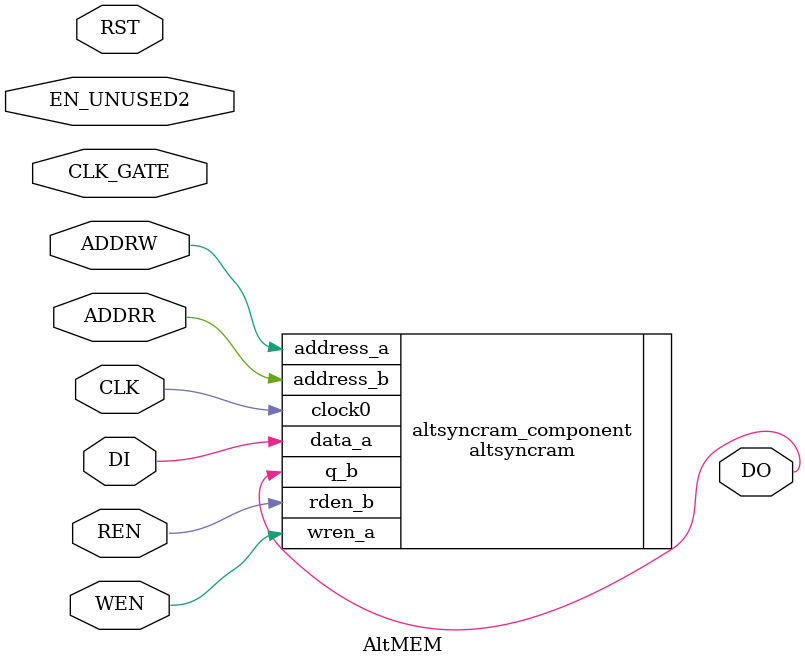
<source format=v>
/*-
 * Copyright (c) 2016 Jonathan Woodruff
 * All rights reserved.
 *
 * This software was developed by SRI International and the University of
 * Cambridge Computer Laboratory under DARPA/AFRL contract FA8750-10-C-0237
 * ("CTSRD"), as part of the DARPA CRASH research programme.
 *
 * @BERI_LICENSE_HEADER_START@
 *
 * Licensed to BERI Open Systems C.I.C. (BERI) under one or more contributor
 * license agreements.  See the NOTICE file distributed with this work for
 * additional information regarding copyright ownership.  BERI licenses this
 * file to you under the BERI Hardware-Software License, Version 1.0 (the
 * "License"); you may not use this file except in compliance with the
 * License.  You may obtain a copy of the License at:
 *
 *  http://www.beri-open-systems.org/legal/license-1-0.txt
 *
 * Unless required by applicable law or agreed to in writing, Work distributed
 * under the License is distributed on an "AS IS" BASIS, WITHOUT WARRANTIES OR
 * CONDITIONS OF ANY KIND, either express or implied.  See the License for the
 * specific language governing permissions and limitations under the License.
 *
 * @BERI_LICENSE_HEADER_END@
 */

`ifdef BSV_ASSIGNMENT_DELAY
`else
 `define BSV_ASSIGNMENT_DELAY
`endif

// Dual-Ported BRAM
module AltMEM(RST,
				 CLK,
				 CLK_GATE,
             ADDRR,
             REN,
             DO,
             ADDRW,
             DI,
             WEN,
             EN_UNUSED2
             );

   // synopsys template
   parameter                      ADDR_WIDTH = 'd 1;
   parameter                      DATA_WIDTH = 'd 1;
   parameter                      MEMSIZE    = 'd 1;
   
	input                          RST;
   input                          CLK;
   input                          CLK_GATE;
   input                          REN;
   input [ADDR_WIDTH-1:0]         ADDRR;
   output [DATA_WIDTH-1:0]        DO;

   input                          WEN;
   input [ADDR_WIDTH-1:0]         ADDRW;
   input [DATA_WIDTH-1:0]         DI;
	
	input                          EN_UNUSED2;

	altsyncram	altsyncram_component (
				.clock0 (CLK),
				.address_a (ADDRW),
				.data_a (DI),
				.wren_a (WEN),
				.address_b (ADDRR),
				.rden_b (REN),
				.q_b (DO)
				// All below are unused
				//.aclr0 (1'b0),
				//.aclr1 (1'b0),
				//.addressstall_a (1'b0),
				//.addressstall_b (1'b0),
				//.byteena_a (1'b1),
				//.byteena_b (1'b1),
				//.clock1 (1'b1),
				//.clocken0 (1'b1),
				//.clocken1 (1'b1),
				//.clocken2 (1'b1),
				//.clocken3 (1'b1),
				//.data_b (1'b1),
				//.eccstatus (),
				//.q_a (),
				//.rden_a (1'b1),
				//.wren_b (1'b0)
      );
	defparam
		altsyncram_component.address_aclr_b = "NONE",
		altsyncram_component.address_reg_b = "CLOCK0",
		altsyncram_component.intended_device_family = "Stratix IV",
		altsyncram_component.lpm_type = "altsyncram",
		altsyncram_component.numwords_a = MEMSIZE,
		altsyncram_component.numwords_b = MEMSIZE,
		altsyncram_component.operation_mode = "DUAL_PORT",
		altsyncram_component.outdata_reg_b = "UNREGISTERED",
		altsyncram_component.rdcontrol_reg_b = "CLOCK0",
		altsyncram_component.read_during_write_mode_mixed_ports = "DONT_CARE",
		altsyncram_component.widthad_a = ADDR_WIDTH,
		altsyncram_component.widthad_b = ADDR_WIDTH,
		altsyncram_component.width_a = DATA_WIDTH,
		altsyncram_component.width_b = DATA_WIDTH;

endmodule
	


</source>
